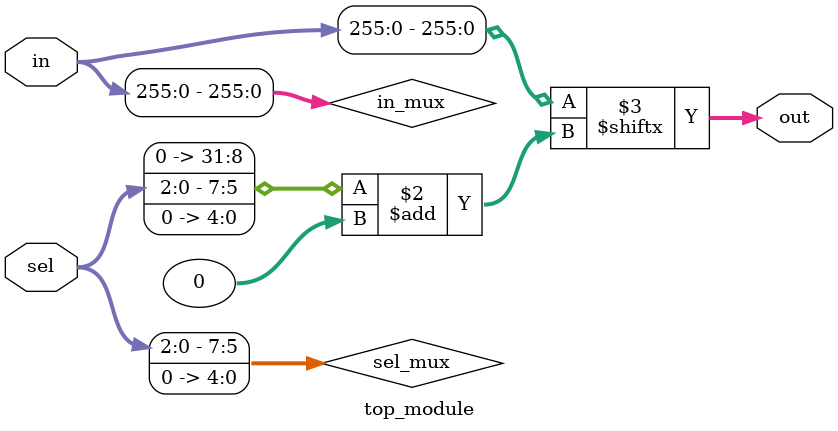
<source format=sv>
module top_module (
    input [1023:0] in,
    input [7:0] sel,
    output [3:0] out
);

wire [255:0] in_mux;
wire [7:0] sel_mux;

assign in_mux = {in[1023:768], in[767:512], in[511:256], in[255:0]};
assign sel_mux = sel << 5;

assign out = in_mux[sel_mux +: 4];

endmodule

</source>
